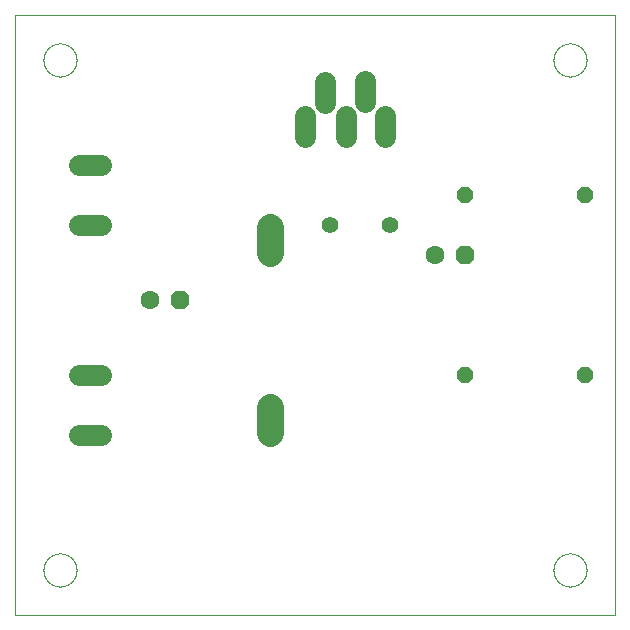
<source format=gtl>
G75*
%MOIN*%
%OFA0B0*%
%FSLAX25Y25*%
%IPPOS*%
%LPD*%
%AMOC8*
5,1,8,0,0,1.08239X$1,22.5*
%
%ADD10C,0.00000*%
%ADD11OC8,0.06300*%
%ADD12C,0.06300*%
%ADD13C,0.08850*%
%ADD14C,0.07000*%
%ADD15C,0.05600*%
%ADD16OC8,0.05200*%
%ADD17C,0.07050*%
D10*
X0003000Y0001000D02*
X0003000Y0201000D01*
X0203000Y0201000D01*
X0203000Y0001000D01*
X0003000Y0001000D01*
X0012488Y0016000D02*
X0012490Y0016148D01*
X0012496Y0016296D01*
X0012506Y0016444D01*
X0012520Y0016591D01*
X0012538Y0016738D01*
X0012559Y0016884D01*
X0012585Y0017030D01*
X0012615Y0017175D01*
X0012648Y0017319D01*
X0012686Y0017462D01*
X0012727Y0017604D01*
X0012772Y0017745D01*
X0012820Y0017885D01*
X0012873Y0018024D01*
X0012929Y0018161D01*
X0012989Y0018296D01*
X0013052Y0018430D01*
X0013119Y0018562D01*
X0013190Y0018692D01*
X0013264Y0018820D01*
X0013341Y0018946D01*
X0013422Y0019070D01*
X0013506Y0019192D01*
X0013593Y0019311D01*
X0013684Y0019428D01*
X0013778Y0019543D01*
X0013874Y0019655D01*
X0013974Y0019765D01*
X0014076Y0019871D01*
X0014182Y0019975D01*
X0014290Y0020076D01*
X0014401Y0020174D01*
X0014514Y0020270D01*
X0014630Y0020362D01*
X0014748Y0020451D01*
X0014869Y0020536D01*
X0014992Y0020619D01*
X0015117Y0020698D01*
X0015244Y0020774D01*
X0015373Y0020846D01*
X0015504Y0020915D01*
X0015637Y0020980D01*
X0015772Y0021041D01*
X0015908Y0021099D01*
X0016045Y0021154D01*
X0016184Y0021204D01*
X0016325Y0021251D01*
X0016466Y0021294D01*
X0016609Y0021334D01*
X0016753Y0021369D01*
X0016897Y0021401D01*
X0017043Y0021428D01*
X0017189Y0021452D01*
X0017336Y0021472D01*
X0017483Y0021488D01*
X0017630Y0021500D01*
X0017778Y0021508D01*
X0017926Y0021512D01*
X0018074Y0021512D01*
X0018222Y0021508D01*
X0018370Y0021500D01*
X0018517Y0021488D01*
X0018664Y0021472D01*
X0018811Y0021452D01*
X0018957Y0021428D01*
X0019103Y0021401D01*
X0019247Y0021369D01*
X0019391Y0021334D01*
X0019534Y0021294D01*
X0019675Y0021251D01*
X0019816Y0021204D01*
X0019955Y0021154D01*
X0020092Y0021099D01*
X0020228Y0021041D01*
X0020363Y0020980D01*
X0020496Y0020915D01*
X0020627Y0020846D01*
X0020756Y0020774D01*
X0020883Y0020698D01*
X0021008Y0020619D01*
X0021131Y0020536D01*
X0021252Y0020451D01*
X0021370Y0020362D01*
X0021486Y0020270D01*
X0021599Y0020174D01*
X0021710Y0020076D01*
X0021818Y0019975D01*
X0021924Y0019871D01*
X0022026Y0019765D01*
X0022126Y0019655D01*
X0022222Y0019543D01*
X0022316Y0019428D01*
X0022407Y0019311D01*
X0022494Y0019192D01*
X0022578Y0019070D01*
X0022659Y0018946D01*
X0022736Y0018820D01*
X0022810Y0018692D01*
X0022881Y0018562D01*
X0022948Y0018430D01*
X0023011Y0018296D01*
X0023071Y0018161D01*
X0023127Y0018024D01*
X0023180Y0017885D01*
X0023228Y0017745D01*
X0023273Y0017604D01*
X0023314Y0017462D01*
X0023352Y0017319D01*
X0023385Y0017175D01*
X0023415Y0017030D01*
X0023441Y0016884D01*
X0023462Y0016738D01*
X0023480Y0016591D01*
X0023494Y0016444D01*
X0023504Y0016296D01*
X0023510Y0016148D01*
X0023512Y0016000D01*
X0023510Y0015852D01*
X0023504Y0015704D01*
X0023494Y0015556D01*
X0023480Y0015409D01*
X0023462Y0015262D01*
X0023441Y0015116D01*
X0023415Y0014970D01*
X0023385Y0014825D01*
X0023352Y0014681D01*
X0023314Y0014538D01*
X0023273Y0014396D01*
X0023228Y0014255D01*
X0023180Y0014115D01*
X0023127Y0013976D01*
X0023071Y0013839D01*
X0023011Y0013704D01*
X0022948Y0013570D01*
X0022881Y0013438D01*
X0022810Y0013308D01*
X0022736Y0013180D01*
X0022659Y0013054D01*
X0022578Y0012930D01*
X0022494Y0012808D01*
X0022407Y0012689D01*
X0022316Y0012572D01*
X0022222Y0012457D01*
X0022126Y0012345D01*
X0022026Y0012235D01*
X0021924Y0012129D01*
X0021818Y0012025D01*
X0021710Y0011924D01*
X0021599Y0011826D01*
X0021486Y0011730D01*
X0021370Y0011638D01*
X0021252Y0011549D01*
X0021131Y0011464D01*
X0021008Y0011381D01*
X0020883Y0011302D01*
X0020756Y0011226D01*
X0020627Y0011154D01*
X0020496Y0011085D01*
X0020363Y0011020D01*
X0020228Y0010959D01*
X0020092Y0010901D01*
X0019955Y0010846D01*
X0019816Y0010796D01*
X0019675Y0010749D01*
X0019534Y0010706D01*
X0019391Y0010666D01*
X0019247Y0010631D01*
X0019103Y0010599D01*
X0018957Y0010572D01*
X0018811Y0010548D01*
X0018664Y0010528D01*
X0018517Y0010512D01*
X0018370Y0010500D01*
X0018222Y0010492D01*
X0018074Y0010488D01*
X0017926Y0010488D01*
X0017778Y0010492D01*
X0017630Y0010500D01*
X0017483Y0010512D01*
X0017336Y0010528D01*
X0017189Y0010548D01*
X0017043Y0010572D01*
X0016897Y0010599D01*
X0016753Y0010631D01*
X0016609Y0010666D01*
X0016466Y0010706D01*
X0016325Y0010749D01*
X0016184Y0010796D01*
X0016045Y0010846D01*
X0015908Y0010901D01*
X0015772Y0010959D01*
X0015637Y0011020D01*
X0015504Y0011085D01*
X0015373Y0011154D01*
X0015244Y0011226D01*
X0015117Y0011302D01*
X0014992Y0011381D01*
X0014869Y0011464D01*
X0014748Y0011549D01*
X0014630Y0011638D01*
X0014514Y0011730D01*
X0014401Y0011826D01*
X0014290Y0011924D01*
X0014182Y0012025D01*
X0014076Y0012129D01*
X0013974Y0012235D01*
X0013874Y0012345D01*
X0013778Y0012457D01*
X0013684Y0012572D01*
X0013593Y0012689D01*
X0013506Y0012808D01*
X0013422Y0012930D01*
X0013341Y0013054D01*
X0013264Y0013180D01*
X0013190Y0013308D01*
X0013119Y0013438D01*
X0013052Y0013570D01*
X0012989Y0013704D01*
X0012929Y0013839D01*
X0012873Y0013976D01*
X0012820Y0014115D01*
X0012772Y0014255D01*
X0012727Y0014396D01*
X0012686Y0014538D01*
X0012648Y0014681D01*
X0012615Y0014825D01*
X0012585Y0014970D01*
X0012559Y0015116D01*
X0012538Y0015262D01*
X0012520Y0015409D01*
X0012506Y0015556D01*
X0012496Y0015704D01*
X0012490Y0015852D01*
X0012488Y0016000D01*
X0012488Y0186000D02*
X0012490Y0186148D01*
X0012496Y0186296D01*
X0012506Y0186444D01*
X0012520Y0186591D01*
X0012538Y0186738D01*
X0012559Y0186884D01*
X0012585Y0187030D01*
X0012615Y0187175D01*
X0012648Y0187319D01*
X0012686Y0187462D01*
X0012727Y0187604D01*
X0012772Y0187745D01*
X0012820Y0187885D01*
X0012873Y0188024D01*
X0012929Y0188161D01*
X0012989Y0188296D01*
X0013052Y0188430D01*
X0013119Y0188562D01*
X0013190Y0188692D01*
X0013264Y0188820D01*
X0013341Y0188946D01*
X0013422Y0189070D01*
X0013506Y0189192D01*
X0013593Y0189311D01*
X0013684Y0189428D01*
X0013778Y0189543D01*
X0013874Y0189655D01*
X0013974Y0189765D01*
X0014076Y0189871D01*
X0014182Y0189975D01*
X0014290Y0190076D01*
X0014401Y0190174D01*
X0014514Y0190270D01*
X0014630Y0190362D01*
X0014748Y0190451D01*
X0014869Y0190536D01*
X0014992Y0190619D01*
X0015117Y0190698D01*
X0015244Y0190774D01*
X0015373Y0190846D01*
X0015504Y0190915D01*
X0015637Y0190980D01*
X0015772Y0191041D01*
X0015908Y0191099D01*
X0016045Y0191154D01*
X0016184Y0191204D01*
X0016325Y0191251D01*
X0016466Y0191294D01*
X0016609Y0191334D01*
X0016753Y0191369D01*
X0016897Y0191401D01*
X0017043Y0191428D01*
X0017189Y0191452D01*
X0017336Y0191472D01*
X0017483Y0191488D01*
X0017630Y0191500D01*
X0017778Y0191508D01*
X0017926Y0191512D01*
X0018074Y0191512D01*
X0018222Y0191508D01*
X0018370Y0191500D01*
X0018517Y0191488D01*
X0018664Y0191472D01*
X0018811Y0191452D01*
X0018957Y0191428D01*
X0019103Y0191401D01*
X0019247Y0191369D01*
X0019391Y0191334D01*
X0019534Y0191294D01*
X0019675Y0191251D01*
X0019816Y0191204D01*
X0019955Y0191154D01*
X0020092Y0191099D01*
X0020228Y0191041D01*
X0020363Y0190980D01*
X0020496Y0190915D01*
X0020627Y0190846D01*
X0020756Y0190774D01*
X0020883Y0190698D01*
X0021008Y0190619D01*
X0021131Y0190536D01*
X0021252Y0190451D01*
X0021370Y0190362D01*
X0021486Y0190270D01*
X0021599Y0190174D01*
X0021710Y0190076D01*
X0021818Y0189975D01*
X0021924Y0189871D01*
X0022026Y0189765D01*
X0022126Y0189655D01*
X0022222Y0189543D01*
X0022316Y0189428D01*
X0022407Y0189311D01*
X0022494Y0189192D01*
X0022578Y0189070D01*
X0022659Y0188946D01*
X0022736Y0188820D01*
X0022810Y0188692D01*
X0022881Y0188562D01*
X0022948Y0188430D01*
X0023011Y0188296D01*
X0023071Y0188161D01*
X0023127Y0188024D01*
X0023180Y0187885D01*
X0023228Y0187745D01*
X0023273Y0187604D01*
X0023314Y0187462D01*
X0023352Y0187319D01*
X0023385Y0187175D01*
X0023415Y0187030D01*
X0023441Y0186884D01*
X0023462Y0186738D01*
X0023480Y0186591D01*
X0023494Y0186444D01*
X0023504Y0186296D01*
X0023510Y0186148D01*
X0023512Y0186000D01*
X0023510Y0185852D01*
X0023504Y0185704D01*
X0023494Y0185556D01*
X0023480Y0185409D01*
X0023462Y0185262D01*
X0023441Y0185116D01*
X0023415Y0184970D01*
X0023385Y0184825D01*
X0023352Y0184681D01*
X0023314Y0184538D01*
X0023273Y0184396D01*
X0023228Y0184255D01*
X0023180Y0184115D01*
X0023127Y0183976D01*
X0023071Y0183839D01*
X0023011Y0183704D01*
X0022948Y0183570D01*
X0022881Y0183438D01*
X0022810Y0183308D01*
X0022736Y0183180D01*
X0022659Y0183054D01*
X0022578Y0182930D01*
X0022494Y0182808D01*
X0022407Y0182689D01*
X0022316Y0182572D01*
X0022222Y0182457D01*
X0022126Y0182345D01*
X0022026Y0182235D01*
X0021924Y0182129D01*
X0021818Y0182025D01*
X0021710Y0181924D01*
X0021599Y0181826D01*
X0021486Y0181730D01*
X0021370Y0181638D01*
X0021252Y0181549D01*
X0021131Y0181464D01*
X0021008Y0181381D01*
X0020883Y0181302D01*
X0020756Y0181226D01*
X0020627Y0181154D01*
X0020496Y0181085D01*
X0020363Y0181020D01*
X0020228Y0180959D01*
X0020092Y0180901D01*
X0019955Y0180846D01*
X0019816Y0180796D01*
X0019675Y0180749D01*
X0019534Y0180706D01*
X0019391Y0180666D01*
X0019247Y0180631D01*
X0019103Y0180599D01*
X0018957Y0180572D01*
X0018811Y0180548D01*
X0018664Y0180528D01*
X0018517Y0180512D01*
X0018370Y0180500D01*
X0018222Y0180492D01*
X0018074Y0180488D01*
X0017926Y0180488D01*
X0017778Y0180492D01*
X0017630Y0180500D01*
X0017483Y0180512D01*
X0017336Y0180528D01*
X0017189Y0180548D01*
X0017043Y0180572D01*
X0016897Y0180599D01*
X0016753Y0180631D01*
X0016609Y0180666D01*
X0016466Y0180706D01*
X0016325Y0180749D01*
X0016184Y0180796D01*
X0016045Y0180846D01*
X0015908Y0180901D01*
X0015772Y0180959D01*
X0015637Y0181020D01*
X0015504Y0181085D01*
X0015373Y0181154D01*
X0015244Y0181226D01*
X0015117Y0181302D01*
X0014992Y0181381D01*
X0014869Y0181464D01*
X0014748Y0181549D01*
X0014630Y0181638D01*
X0014514Y0181730D01*
X0014401Y0181826D01*
X0014290Y0181924D01*
X0014182Y0182025D01*
X0014076Y0182129D01*
X0013974Y0182235D01*
X0013874Y0182345D01*
X0013778Y0182457D01*
X0013684Y0182572D01*
X0013593Y0182689D01*
X0013506Y0182808D01*
X0013422Y0182930D01*
X0013341Y0183054D01*
X0013264Y0183180D01*
X0013190Y0183308D01*
X0013119Y0183438D01*
X0013052Y0183570D01*
X0012989Y0183704D01*
X0012929Y0183839D01*
X0012873Y0183976D01*
X0012820Y0184115D01*
X0012772Y0184255D01*
X0012727Y0184396D01*
X0012686Y0184538D01*
X0012648Y0184681D01*
X0012615Y0184825D01*
X0012585Y0184970D01*
X0012559Y0185116D01*
X0012538Y0185262D01*
X0012520Y0185409D01*
X0012506Y0185556D01*
X0012496Y0185704D01*
X0012490Y0185852D01*
X0012488Y0186000D01*
X0182488Y0186000D02*
X0182490Y0186148D01*
X0182496Y0186296D01*
X0182506Y0186444D01*
X0182520Y0186591D01*
X0182538Y0186738D01*
X0182559Y0186884D01*
X0182585Y0187030D01*
X0182615Y0187175D01*
X0182648Y0187319D01*
X0182686Y0187462D01*
X0182727Y0187604D01*
X0182772Y0187745D01*
X0182820Y0187885D01*
X0182873Y0188024D01*
X0182929Y0188161D01*
X0182989Y0188296D01*
X0183052Y0188430D01*
X0183119Y0188562D01*
X0183190Y0188692D01*
X0183264Y0188820D01*
X0183341Y0188946D01*
X0183422Y0189070D01*
X0183506Y0189192D01*
X0183593Y0189311D01*
X0183684Y0189428D01*
X0183778Y0189543D01*
X0183874Y0189655D01*
X0183974Y0189765D01*
X0184076Y0189871D01*
X0184182Y0189975D01*
X0184290Y0190076D01*
X0184401Y0190174D01*
X0184514Y0190270D01*
X0184630Y0190362D01*
X0184748Y0190451D01*
X0184869Y0190536D01*
X0184992Y0190619D01*
X0185117Y0190698D01*
X0185244Y0190774D01*
X0185373Y0190846D01*
X0185504Y0190915D01*
X0185637Y0190980D01*
X0185772Y0191041D01*
X0185908Y0191099D01*
X0186045Y0191154D01*
X0186184Y0191204D01*
X0186325Y0191251D01*
X0186466Y0191294D01*
X0186609Y0191334D01*
X0186753Y0191369D01*
X0186897Y0191401D01*
X0187043Y0191428D01*
X0187189Y0191452D01*
X0187336Y0191472D01*
X0187483Y0191488D01*
X0187630Y0191500D01*
X0187778Y0191508D01*
X0187926Y0191512D01*
X0188074Y0191512D01*
X0188222Y0191508D01*
X0188370Y0191500D01*
X0188517Y0191488D01*
X0188664Y0191472D01*
X0188811Y0191452D01*
X0188957Y0191428D01*
X0189103Y0191401D01*
X0189247Y0191369D01*
X0189391Y0191334D01*
X0189534Y0191294D01*
X0189675Y0191251D01*
X0189816Y0191204D01*
X0189955Y0191154D01*
X0190092Y0191099D01*
X0190228Y0191041D01*
X0190363Y0190980D01*
X0190496Y0190915D01*
X0190627Y0190846D01*
X0190756Y0190774D01*
X0190883Y0190698D01*
X0191008Y0190619D01*
X0191131Y0190536D01*
X0191252Y0190451D01*
X0191370Y0190362D01*
X0191486Y0190270D01*
X0191599Y0190174D01*
X0191710Y0190076D01*
X0191818Y0189975D01*
X0191924Y0189871D01*
X0192026Y0189765D01*
X0192126Y0189655D01*
X0192222Y0189543D01*
X0192316Y0189428D01*
X0192407Y0189311D01*
X0192494Y0189192D01*
X0192578Y0189070D01*
X0192659Y0188946D01*
X0192736Y0188820D01*
X0192810Y0188692D01*
X0192881Y0188562D01*
X0192948Y0188430D01*
X0193011Y0188296D01*
X0193071Y0188161D01*
X0193127Y0188024D01*
X0193180Y0187885D01*
X0193228Y0187745D01*
X0193273Y0187604D01*
X0193314Y0187462D01*
X0193352Y0187319D01*
X0193385Y0187175D01*
X0193415Y0187030D01*
X0193441Y0186884D01*
X0193462Y0186738D01*
X0193480Y0186591D01*
X0193494Y0186444D01*
X0193504Y0186296D01*
X0193510Y0186148D01*
X0193512Y0186000D01*
X0193510Y0185852D01*
X0193504Y0185704D01*
X0193494Y0185556D01*
X0193480Y0185409D01*
X0193462Y0185262D01*
X0193441Y0185116D01*
X0193415Y0184970D01*
X0193385Y0184825D01*
X0193352Y0184681D01*
X0193314Y0184538D01*
X0193273Y0184396D01*
X0193228Y0184255D01*
X0193180Y0184115D01*
X0193127Y0183976D01*
X0193071Y0183839D01*
X0193011Y0183704D01*
X0192948Y0183570D01*
X0192881Y0183438D01*
X0192810Y0183308D01*
X0192736Y0183180D01*
X0192659Y0183054D01*
X0192578Y0182930D01*
X0192494Y0182808D01*
X0192407Y0182689D01*
X0192316Y0182572D01*
X0192222Y0182457D01*
X0192126Y0182345D01*
X0192026Y0182235D01*
X0191924Y0182129D01*
X0191818Y0182025D01*
X0191710Y0181924D01*
X0191599Y0181826D01*
X0191486Y0181730D01*
X0191370Y0181638D01*
X0191252Y0181549D01*
X0191131Y0181464D01*
X0191008Y0181381D01*
X0190883Y0181302D01*
X0190756Y0181226D01*
X0190627Y0181154D01*
X0190496Y0181085D01*
X0190363Y0181020D01*
X0190228Y0180959D01*
X0190092Y0180901D01*
X0189955Y0180846D01*
X0189816Y0180796D01*
X0189675Y0180749D01*
X0189534Y0180706D01*
X0189391Y0180666D01*
X0189247Y0180631D01*
X0189103Y0180599D01*
X0188957Y0180572D01*
X0188811Y0180548D01*
X0188664Y0180528D01*
X0188517Y0180512D01*
X0188370Y0180500D01*
X0188222Y0180492D01*
X0188074Y0180488D01*
X0187926Y0180488D01*
X0187778Y0180492D01*
X0187630Y0180500D01*
X0187483Y0180512D01*
X0187336Y0180528D01*
X0187189Y0180548D01*
X0187043Y0180572D01*
X0186897Y0180599D01*
X0186753Y0180631D01*
X0186609Y0180666D01*
X0186466Y0180706D01*
X0186325Y0180749D01*
X0186184Y0180796D01*
X0186045Y0180846D01*
X0185908Y0180901D01*
X0185772Y0180959D01*
X0185637Y0181020D01*
X0185504Y0181085D01*
X0185373Y0181154D01*
X0185244Y0181226D01*
X0185117Y0181302D01*
X0184992Y0181381D01*
X0184869Y0181464D01*
X0184748Y0181549D01*
X0184630Y0181638D01*
X0184514Y0181730D01*
X0184401Y0181826D01*
X0184290Y0181924D01*
X0184182Y0182025D01*
X0184076Y0182129D01*
X0183974Y0182235D01*
X0183874Y0182345D01*
X0183778Y0182457D01*
X0183684Y0182572D01*
X0183593Y0182689D01*
X0183506Y0182808D01*
X0183422Y0182930D01*
X0183341Y0183054D01*
X0183264Y0183180D01*
X0183190Y0183308D01*
X0183119Y0183438D01*
X0183052Y0183570D01*
X0182989Y0183704D01*
X0182929Y0183839D01*
X0182873Y0183976D01*
X0182820Y0184115D01*
X0182772Y0184255D01*
X0182727Y0184396D01*
X0182686Y0184538D01*
X0182648Y0184681D01*
X0182615Y0184825D01*
X0182585Y0184970D01*
X0182559Y0185116D01*
X0182538Y0185262D01*
X0182520Y0185409D01*
X0182506Y0185556D01*
X0182496Y0185704D01*
X0182490Y0185852D01*
X0182488Y0186000D01*
X0182488Y0016000D02*
X0182490Y0016148D01*
X0182496Y0016296D01*
X0182506Y0016444D01*
X0182520Y0016591D01*
X0182538Y0016738D01*
X0182559Y0016884D01*
X0182585Y0017030D01*
X0182615Y0017175D01*
X0182648Y0017319D01*
X0182686Y0017462D01*
X0182727Y0017604D01*
X0182772Y0017745D01*
X0182820Y0017885D01*
X0182873Y0018024D01*
X0182929Y0018161D01*
X0182989Y0018296D01*
X0183052Y0018430D01*
X0183119Y0018562D01*
X0183190Y0018692D01*
X0183264Y0018820D01*
X0183341Y0018946D01*
X0183422Y0019070D01*
X0183506Y0019192D01*
X0183593Y0019311D01*
X0183684Y0019428D01*
X0183778Y0019543D01*
X0183874Y0019655D01*
X0183974Y0019765D01*
X0184076Y0019871D01*
X0184182Y0019975D01*
X0184290Y0020076D01*
X0184401Y0020174D01*
X0184514Y0020270D01*
X0184630Y0020362D01*
X0184748Y0020451D01*
X0184869Y0020536D01*
X0184992Y0020619D01*
X0185117Y0020698D01*
X0185244Y0020774D01*
X0185373Y0020846D01*
X0185504Y0020915D01*
X0185637Y0020980D01*
X0185772Y0021041D01*
X0185908Y0021099D01*
X0186045Y0021154D01*
X0186184Y0021204D01*
X0186325Y0021251D01*
X0186466Y0021294D01*
X0186609Y0021334D01*
X0186753Y0021369D01*
X0186897Y0021401D01*
X0187043Y0021428D01*
X0187189Y0021452D01*
X0187336Y0021472D01*
X0187483Y0021488D01*
X0187630Y0021500D01*
X0187778Y0021508D01*
X0187926Y0021512D01*
X0188074Y0021512D01*
X0188222Y0021508D01*
X0188370Y0021500D01*
X0188517Y0021488D01*
X0188664Y0021472D01*
X0188811Y0021452D01*
X0188957Y0021428D01*
X0189103Y0021401D01*
X0189247Y0021369D01*
X0189391Y0021334D01*
X0189534Y0021294D01*
X0189675Y0021251D01*
X0189816Y0021204D01*
X0189955Y0021154D01*
X0190092Y0021099D01*
X0190228Y0021041D01*
X0190363Y0020980D01*
X0190496Y0020915D01*
X0190627Y0020846D01*
X0190756Y0020774D01*
X0190883Y0020698D01*
X0191008Y0020619D01*
X0191131Y0020536D01*
X0191252Y0020451D01*
X0191370Y0020362D01*
X0191486Y0020270D01*
X0191599Y0020174D01*
X0191710Y0020076D01*
X0191818Y0019975D01*
X0191924Y0019871D01*
X0192026Y0019765D01*
X0192126Y0019655D01*
X0192222Y0019543D01*
X0192316Y0019428D01*
X0192407Y0019311D01*
X0192494Y0019192D01*
X0192578Y0019070D01*
X0192659Y0018946D01*
X0192736Y0018820D01*
X0192810Y0018692D01*
X0192881Y0018562D01*
X0192948Y0018430D01*
X0193011Y0018296D01*
X0193071Y0018161D01*
X0193127Y0018024D01*
X0193180Y0017885D01*
X0193228Y0017745D01*
X0193273Y0017604D01*
X0193314Y0017462D01*
X0193352Y0017319D01*
X0193385Y0017175D01*
X0193415Y0017030D01*
X0193441Y0016884D01*
X0193462Y0016738D01*
X0193480Y0016591D01*
X0193494Y0016444D01*
X0193504Y0016296D01*
X0193510Y0016148D01*
X0193512Y0016000D01*
X0193510Y0015852D01*
X0193504Y0015704D01*
X0193494Y0015556D01*
X0193480Y0015409D01*
X0193462Y0015262D01*
X0193441Y0015116D01*
X0193415Y0014970D01*
X0193385Y0014825D01*
X0193352Y0014681D01*
X0193314Y0014538D01*
X0193273Y0014396D01*
X0193228Y0014255D01*
X0193180Y0014115D01*
X0193127Y0013976D01*
X0193071Y0013839D01*
X0193011Y0013704D01*
X0192948Y0013570D01*
X0192881Y0013438D01*
X0192810Y0013308D01*
X0192736Y0013180D01*
X0192659Y0013054D01*
X0192578Y0012930D01*
X0192494Y0012808D01*
X0192407Y0012689D01*
X0192316Y0012572D01*
X0192222Y0012457D01*
X0192126Y0012345D01*
X0192026Y0012235D01*
X0191924Y0012129D01*
X0191818Y0012025D01*
X0191710Y0011924D01*
X0191599Y0011826D01*
X0191486Y0011730D01*
X0191370Y0011638D01*
X0191252Y0011549D01*
X0191131Y0011464D01*
X0191008Y0011381D01*
X0190883Y0011302D01*
X0190756Y0011226D01*
X0190627Y0011154D01*
X0190496Y0011085D01*
X0190363Y0011020D01*
X0190228Y0010959D01*
X0190092Y0010901D01*
X0189955Y0010846D01*
X0189816Y0010796D01*
X0189675Y0010749D01*
X0189534Y0010706D01*
X0189391Y0010666D01*
X0189247Y0010631D01*
X0189103Y0010599D01*
X0188957Y0010572D01*
X0188811Y0010548D01*
X0188664Y0010528D01*
X0188517Y0010512D01*
X0188370Y0010500D01*
X0188222Y0010492D01*
X0188074Y0010488D01*
X0187926Y0010488D01*
X0187778Y0010492D01*
X0187630Y0010500D01*
X0187483Y0010512D01*
X0187336Y0010528D01*
X0187189Y0010548D01*
X0187043Y0010572D01*
X0186897Y0010599D01*
X0186753Y0010631D01*
X0186609Y0010666D01*
X0186466Y0010706D01*
X0186325Y0010749D01*
X0186184Y0010796D01*
X0186045Y0010846D01*
X0185908Y0010901D01*
X0185772Y0010959D01*
X0185637Y0011020D01*
X0185504Y0011085D01*
X0185373Y0011154D01*
X0185244Y0011226D01*
X0185117Y0011302D01*
X0184992Y0011381D01*
X0184869Y0011464D01*
X0184748Y0011549D01*
X0184630Y0011638D01*
X0184514Y0011730D01*
X0184401Y0011826D01*
X0184290Y0011924D01*
X0184182Y0012025D01*
X0184076Y0012129D01*
X0183974Y0012235D01*
X0183874Y0012345D01*
X0183778Y0012457D01*
X0183684Y0012572D01*
X0183593Y0012689D01*
X0183506Y0012808D01*
X0183422Y0012930D01*
X0183341Y0013054D01*
X0183264Y0013180D01*
X0183190Y0013308D01*
X0183119Y0013438D01*
X0183052Y0013570D01*
X0182989Y0013704D01*
X0182929Y0013839D01*
X0182873Y0013976D01*
X0182820Y0014115D01*
X0182772Y0014255D01*
X0182727Y0014396D01*
X0182686Y0014538D01*
X0182648Y0014681D01*
X0182615Y0014825D01*
X0182585Y0014970D01*
X0182559Y0015116D01*
X0182538Y0015262D01*
X0182520Y0015409D01*
X0182506Y0015556D01*
X0182496Y0015704D01*
X0182490Y0015852D01*
X0182488Y0016000D01*
D11*
X0153000Y0121000D03*
X0058000Y0106000D03*
D12*
X0048000Y0106000D03*
X0143000Y0121000D03*
D13*
X0088000Y0121575D02*
X0088000Y0130425D01*
X0088000Y0070425D02*
X0088000Y0061575D01*
D14*
X0099600Y0160300D02*
X0099600Y0167300D01*
X0106300Y0171800D02*
X0106300Y0178800D01*
X0113200Y0167400D02*
X0113200Y0160400D01*
X0126400Y0160400D02*
X0126400Y0167400D01*
X0119700Y0171900D02*
X0119700Y0178900D01*
D15*
X0127843Y0131000D03*
X0108157Y0131000D03*
D16*
X0153000Y0141000D03*
X0193000Y0141000D03*
X0193000Y0081000D03*
X0153000Y0081000D03*
D17*
X0031525Y0080843D02*
X0024475Y0080843D01*
X0024475Y0061157D02*
X0031525Y0061157D01*
X0031525Y0131157D02*
X0024475Y0131157D01*
X0024475Y0150843D02*
X0031525Y0150843D01*
M02*

</source>
